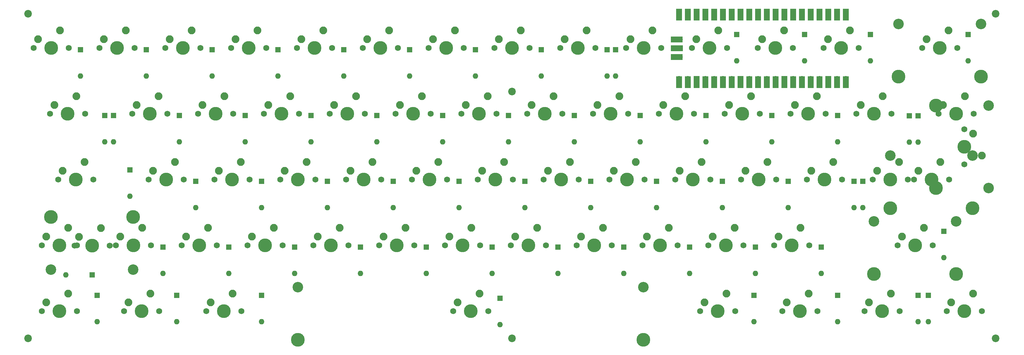
<source format=gbr>
G04 #@! TF.GenerationSoftware,KiCad,Pcbnew,(5.1.9)-1*
G04 #@! TF.CreationDate,2021-04-13T11:57:25+01:00*
G04 #@! TF.ProjectId,Env-KB60,456e762d-4b42-4363-902e-6b696361645f,rev?*
G04 #@! TF.SameCoordinates,Original*
G04 #@! TF.FileFunction,Soldermask,Bot*
G04 #@! TF.FilePolarity,Negative*
%FSLAX46Y46*%
G04 Gerber Fmt 4.6, Leading zero omitted, Abs format (unit mm)*
G04 Created by KiCad (PCBNEW (5.1.9)-1) date 2021-04-13 11:57:25*
%MOMM*%
%LPD*%
G01*
G04 APERTURE LIST*
%ADD10C,2.200000*%
%ADD11C,2.250000*%
%ADD12C,3.987800*%
%ADD13C,1.750000*%
%ADD14C,3.048000*%
%ADD15O,1.600000X1.600000*%
%ADD16R,1.600000X1.600000*%
%ADD17O,1.700000X1.700000*%
%ADD18R,3.500000X1.700000*%
%ADD19R,1.700000X1.700000*%
%ADD20R,1.700000X3.500000*%
G04 APERTURE END LIST*
D10*
X211000000Y-171000000D03*
X211000000Y-99500000D03*
X351000000Y-77000000D03*
X351000000Y-171000000D03*
X71000000Y-171000000D03*
X71000000Y-77000000D03*
D11*
X92040000Y-139020000D03*
D12*
X89500000Y-144100000D03*
D11*
X85690000Y-141560000D03*
D13*
X84420000Y-144100000D03*
X94580000Y-144100000D03*
D14*
X77593750Y-151085000D03*
X101406250Y-151085000D03*
D12*
X77593750Y-135845000D03*
X101406250Y-135845000D03*
D11*
X330196250Y-138970000D03*
D12*
X327656250Y-144050000D03*
D11*
X323846250Y-141510000D03*
D13*
X322576250Y-144050000D03*
X332736250Y-144050000D03*
D14*
X315750000Y-137065000D03*
X339562500Y-137065000D03*
D12*
X315750000Y-152305000D03*
X339562500Y-152305000D03*
D11*
X251615000Y-81820000D03*
D12*
X249075000Y-86900000D03*
D11*
X245265000Y-84360000D03*
D13*
X243995000Y-86900000D03*
X254155000Y-86900000D03*
D15*
X93175000Y-114075000D03*
D16*
X93175000Y-106455000D03*
D11*
X201608750Y-158020000D03*
D12*
X199068750Y-163100000D03*
D11*
X195258750Y-160560000D03*
D13*
X193988750Y-163100000D03*
X204148750Y-163100000D03*
D14*
X149068850Y-156115000D03*
X249068650Y-156115000D03*
D12*
X149068850Y-171355000D03*
X249068650Y-171355000D03*
D17*
X259600000Y-84460000D03*
D18*
X258700000Y-84460000D03*
D19*
X259600000Y-87000000D03*
D18*
X258700000Y-87000000D03*
D17*
X259600000Y-89540000D03*
D18*
X258700000Y-89540000D03*
D20*
X259370000Y-77210000D03*
X261910000Y-77210000D03*
X264450000Y-77210000D03*
X266990000Y-77210000D03*
X269530000Y-77210000D03*
X272070000Y-77210000D03*
X274610000Y-77210000D03*
X277150000Y-77210000D03*
X279690000Y-77210000D03*
X282230000Y-77210000D03*
X284770000Y-77210000D03*
X287310000Y-77210000D03*
X289850000Y-77210000D03*
X292390000Y-77210000D03*
X294930000Y-77210000D03*
X297470000Y-77210000D03*
X300010000Y-77210000D03*
X302550000Y-77210000D03*
X305090000Y-77210000D03*
X307630000Y-77210000D03*
X259370000Y-96790000D03*
X261910000Y-96790000D03*
X264450000Y-96790000D03*
X266990000Y-96790000D03*
X269530000Y-96790000D03*
X272070000Y-96790000D03*
X274610000Y-96790000D03*
X277150000Y-96790000D03*
X279690000Y-96790000D03*
X282230000Y-96790000D03*
X284770000Y-96790000D03*
X287310000Y-96790000D03*
X289850000Y-96790000D03*
X292390000Y-96790000D03*
X294930000Y-96790000D03*
X297470000Y-96790000D03*
X300010000Y-96790000D03*
X302550000Y-96790000D03*
X305090000Y-96790000D03*
X307630000Y-96790000D03*
D17*
X307630000Y-78110000D03*
X305090000Y-78110000D03*
D19*
X302550000Y-78110000D03*
D17*
X300010000Y-78110000D03*
X297470000Y-78110000D03*
X294930000Y-78110000D03*
X292390000Y-78110000D03*
D19*
X289850000Y-78110000D03*
D17*
X287310000Y-78110000D03*
X284770000Y-78110000D03*
X282230000Y-78110000D03*
X279690000Y-78110000D03*
D19*
X277150000Y-78110000D03*
D17*
X274610000Y-78110000D03*
X272070000Y-78110000D03*
X269530000Y-78110000D03*
X266990000Y-78110000D03*
D19*
X264450000Y-78110000D03*
D17*
X261910000Y-78110000D03*
X259370000Y-78110000D03*
X259370000Y-95890000D03*
X261910000Y-95890000D03*
D19*
X264450000Y-95890000D03*
D17*
X266990000Y-95890000D03*
X269530000Y-95890000D03*
X272070000Y-95890000D03*
X274610000Y-95890000D03*
D19*
X277150000Y-95890000D03*
D17*
X279690000Y-95890000D03*
X282230000Y-95890000D03*
X284770000Y-95890000D03*
X287310000Y-95890000D03*
D19*
X289850000Y-95890000D03*
D17*
X292390000Y-95890000D03*
X294930000Y-95890000D03*
X297470000Y-95890000D03*
X300010000Y-95890000D03*
D19*
X302550000Y-95890000D03*
D17*
X305090000Y-95890000D03*
X307630000Y-95890000D03*
D15*
X326000000Y-114120000D03*
D16*
X326000000Y-106500000D03*
D15*
X100437500Y-129800000D03*
D16*
X100437500Y-122180000D03*
D15*
X148062500Y-152170000D03*
D16*
X148062500Y-144550000D03*
D15*
X312490000Y-133120000D03*
D16*
X312490000Y-125500000D03*
D15*
X81900000Y-152600000D03*
D16*
X89520000Y-152600000D03*
D15*
X224262500Y-152170000D03*
D16*
X224262500Y-144550000D03*
D15*
X262362500Y-152170000D03*
D16*
X262362500Y-144550000D03*
D15*
X119487500Y-133120000D03*
D16*
X119487500Y-125500000D03*
D15*
X286175000Y-114070000D03*
D16*
X286175000Y-106450000D03*
D15*
X276000000Y-90620000D03*
D16*
X276000000Y-83000000D03*
D15*
X295700000Y-90620000D03*
D16*
X295700000Y-83000000D03*
D15*
X343000000Y-90620000D03*
D16*
X343000000Y-83000000D03*
D15*
X152825000Y-114070000D03*
D16*
X152825000Y-106450000D03*
D15*
X328500000Y-114120000D03*
D16*
X328500000Y-106500000D03*
D15*
X157587500Y-133120000D03*
D16*
X157587500Y-125500000D03*
D15*
X233787500Y-133120000D03*
D16*
X233787500Y-125500000D03*
D15*
X305225000Y-114070000D03*
D16*
X305225000Y-106450000D03*
D15*
X133775000Y-114070000D03*
D16*
X133775000Y-106450000D03*
D15*
X314750000Y-90620000D03*
D16*
X314750000Y-83000000D03*
D15*
X114725000Y-114070000D03*
D16*
X114725000Y-106450000D03*
D15*
X209975000Y-114070000D03*
D16*
X209975000Y-106450000D03*
D15*
X171875000Y-114070000D03*
D16*
X171875000Y-106450000D03*
D15*
X267125000Y-114070000D03*
D16*
X267125000Y-106450000D03*
D15*
X176637500Y-133120000D03*
D16*
X176637500Y-125500000D03*
D15*
X214737500Y-133120000D03*
D16*
X214737500Y-125500000D03*
D15*
X248075000Y-114070000D03*
D16*
X248075000Y-106450000D03*
D15*
X252837500Y-133120000D03*
D16*
X252837500Y-125500000D03*
D15*
X195687500Y-133120000D03*
D16*
X195687500Y-125500000D03*
D15*
X271887500Y-133120000D03*
D16*
X271887500Y-125500000D03*
D15*
X290937500Y-133120000D03*
D16*
X290937500Y-125500000D03*
D15*
X309987500Y-133120000D03*
D16*
X309987500Y-125500000D03*
D15*
X109962500Y-152170000D03*
D16*
X109962500Y-144550000D03*
D15*
X129012500Y-152170000D03*
D16*
X129012500Y-144550000D03*
D15*
X95675000Y-114070000D03*
D16*
X95675000Y-106450000D03*
D15*
X190925000Y-114070000D03*
D16*
X190925000Y-106450000D03*
D15*
X229025000Y-114070000D03*
D16*
X229025000Y-106450000D03*
D15*
X138537500Y-133120000D03*
D16*
X138537500Y-125500000D03*
D15*
X167112500Y-152170000D03*
D16*
X167112500Y-144550000D03*
D15*
X186162500Y-152170000D03*
D16*
X186162500Y-144550000D03*
D15*
X205212500Y-152170000D03*
D16*
X205212500Y-144550000D03*
D15*
X243312500Y-152170000D03*
D16*
X243312500Y-144550000D03*
D15*
X114000000Y-166120000D03*
D16*
X114000000Y-158500000D03*
D15*
X90912500Y-166120000D03*
D16*
X90912500Y-158500000D03*
D15*
X281000000Y-166120000D03*
D16*
X281000000Y-158500000D03*
D15*
X300462500Y-152170000D03*
D16*
X300462500Y-144550000D03*
D15*
X281412500Y-152170000D03*
D16*
X281412500Y-144550000D03*
D15*
X138500000Y-166120000D03*
D16*
X138500000Y-158500000D03*
D15*
X305225000Y-166120000D03*
D16*
X305225000Y-158500000D03*
D15*
X328500000Y-166120000D03*
D16*
X328500000Y-158500000D03*
D15*
X207500000Y-167000000D03*
D16*
X207500000Y-159380000D03*
D15*
X336000000Y-147620000D03*
D16*
X336000000Y-140000000D03*
D15*
X200450000Y-95020000D03*
D16*
X200450000Y-87400000D03*
D15*
X181400000Y-95020000D03*
D16*
X181400000Y-87400000D03*
D15*
X238550000Y-95020000D03*
D16*
X238550000Y-87400000D03*
D15*
X219500000Y-95020000D03*
D16*
X219500000Y-87400000D03*
D15*
X124250000Y-95020000D03*
D16*
X124250000Y-87400000D03*
D15*
X241000000Y-95020000D03*
D16*
X241000000Y-87400000D03*
D15*
X86150000Y-95020000D03*
D16*
X86150000Y-87400000D03*
D15*
X143300000Y-95020000D03*
D16*
X143300000Y-87400000D03*
D15*
X105200000Y-95020000D03*
D16*
X105200000Y-87400000D03*
D15*
X162350000Y-95020000D03*
D16*
X162350000Y-87400000D03*
D15*
X331500000Y-166120000D03*
D16*
X331500000Y-158500000D03*
D12*
X333688750Y-103562000D03*
X333688750Y-127438000D03*
D14*
X348928750Y-103562000D03*
X348928750Y-127438000D03*
D13*
X341943750Y-120580000D03*
X341943750Y-110420000D03*
D11*
X344483750Y-111690000D03*
D12*
X341943750Y-115500000D03*
D11*
X347023750Y-118040000D03*
X334940000Y-119920000D03*
D12*
X332400000Y-125000000D03*
D11*
X328590000Y-122460000D03*
D13*
X327320000Y-125000000D03*
X337480000Y-125000000D03*
D14*
X320493750Y-118015000D03*
X344306250Y-118015000D03*
D12*
X320493750Y-133255000D03*
X344306250Y-133255000D03*
D11*
X342090000Y-100870000D03*
D12*
X339550000Y-105950000D03*
D11*
X335740000Y-103410000D03*
D13*
X334470000Y-105950000D03*
X344630000Y-105950000D03*
D11*
X87308750Y-119920000D03*
D12*
X84768750Y-125000000D03*
D11*
X80958750Y-122460000D03*
D13*
X79688750Y-125000000D03*
X89848750Y-125000000D03*
D11*
X344483750Y-158020000D03*
D12*
X341943750Y-163100000D03*
D11*
X338133750Y-160560000D03*
D13*
X336863750Y-163100000D03*
X347023750Y-163100000D03*
D11*
X320671250Y-158020000D03*
D12*
X318131250Y-163100000D03*
D11*
X314321250Y-160560000D03*
D13*
X313051250Y-163100000D03*
X323211250Y-163100000D03*
D11*
X296858750Y-158020000D03*
D12*
X294318750Y-163100000D03*
D11*
X290508750Y-160560000D03*
D13*
X289238750Y-163100000D03*
X299398750Y-163100000D03*
D11*
X273046250Y-158020000D03*
D12*
X270506250Y-163100000D03*
D11*
X266696250Y-160560000D03*
D13*
X265426250Y-163100000D03*
X275586250Y-163100000D03*
D11*
X130171250Y-158020000D03*
D12*
X127631250Y-163100000D03*
D11*
X123821250Y-160560000D03*
D13*
X122551250Y-163100000D03*
X132711250Y-163100000D03*
D11*
X106358750Y-158020000D03*
D12*
X103818750Y-163100000D03*
D11*
X100008750Y-160560000D03*
D13*
X98738750Y-163100000D03*
X108898750Y-163100000D03*
D11*
X82546250Y-158020000D03*
D12*
X80006250Y-163100000D03*
D11*
X76196250Y-160560000D03*
D13*
X74926250Y-163100000D03*
X85086250Y-163100000D03*
D11*
X294477500Y-138970000D03*
D12*
X291937500Y-144050000D03*
D11*
X288127500Y-141510000D03*
D13*
X286857500Y-144050000D03*
X297017500Y-144050000D03*
D11*
X275427500Y-138970000D03*
D12*
X272887500Y-144050000D03*
D11*
X269077500Y-141510000D03*
D13*
X267807500Y-144050000D03*
X277967500Y-144050000D03*
D11*
X256377500Y-138970000D03*
D12*
X253837500Y-144050000D03*
D11*
X250027500Y-141510000D03*
D13*
X248757500Y-144050000D03*
X258917500Y-144050000D03*
D11*
X237327500Y-138970000D03*
D12*
X234787500Y-144050000D03*
D11*
X230977500Y-141510000D03*
D13*
X229707500Y-144050000D03*
X239867500Y-144050000D03*
D11*
X218277500Y-138970000D03*
D12*
X215737500Y-144050000D03*
D11*
X211927500Y-141510000D03*
D13*
X210657500Y-144050000D03*
X220817500Y-144050000D03*
D11*
X199227500Y-138970000D03*
D12*
X196687500Y-144050000D03*
D11*
X192877500Y-141510000D03*
D13*
X191607500Y-144050000D03*
X201767500Y-144050000D03*
D11*
X180177500Y-138970000D03*
D12*
X177637500Y-144050000D03*
D11*
X173827500Y-141510000D03*
D13*
X172557500Y-144050000D03*
X182717500Y-144050000D03*
D11*
X161127500Y-138970000D03*
D12*
X158587500Y-144050000D03*
D11*
X154777500Y-141510000D03*
D13*
X153507500Y-144050000D03*
X163667500Y-144050000D03*
D11*
X142077500Y-138970000D03*
D12*
X139537500Y-144050000D03*
D11*
X135727500Y-141510000D03*
D13*
X134457500Y-144050000D03*
X144617500Y-144050000D03*
D11*
X123027500Y-138970000D03*
D12*
X120487500Y-144050000D03*
D11*
X116677500Y-141510000D03*
D13*
X115407500Y-144050000D03*
X125567500Y-144050000D03*
D11*
X103977500Y-138970000D03*
D12*
X101437500Y-144050000D03*
D11*
X97627500Y-141510000D03*
D13*
X96357500Y-144050000D03*
X106517500Y-144050000D03*
D11*
X82546250Y-138970000D03*
D12*
X80006250Y-144050000D03*
D11*
X76196250Y-141510000D03*
D13*
X74926250Y-144050000D03*
X85086250Y-144050000D03*
D11*
X323052500Y-119920000D03*
D12*
X320512500Y-125000000D03*
D11*
X316702500Y-122460000D03*
D13*
X315432500Y-125000000D03*
X325592500Y-125000000D03*
D11*
X304002500Y-119920000D03*
D12*
X301462500Y-125000000D03*
D11*
X297652500Y-122460000D03*
D13*
X296382500Y-125000000D03*
X306542500Y-125000000D03*
D11*
X284952500Y-119920000D03*
D12*
X282412500Y-125000000D03*
D11*
X278602500Y-122460000D03*
D13*
X277332500Y-125000000D03*
X287492500Y-125000000D03*
D11*
X265902500Y-119920000D03*
D12*
X263362500Y-125000000D03*
D11*
X259552500Y-122460000D03*
D13*
X258282500Y-125000000D03*
X268442500Y-125000000D03*
D11*
X246852500Y-119920000D03*
D12*
X244312500Y-125000000D03*
D11*
X240502500Y-122460000D03*
D13*
X239232500Y-125000000D03*
X249392500Y-125000000D03*
D11*
X227802500Y-119920000D03*
D12*
X225262500Y-125000000D03*
D11*
X221452500Y-122460000D03*
D13*
X220182500Y-125000000D03*
X230342500Y-125000000D03*
D11*
X208752500Y-119920000D03*
D12*
X206212500Y-125000000D03*
D11*
X202402500Y-122460000D03*
D13*
X201132500Y-125000000D03*
X211292500Y-125000000D03*
D11*
X189702500Y-119920000D03*
D12*
X187162500Y-125000000D03*
D11*
X183352500Y-122460000D03*
D13*
X182082500Y-125000000D03*
X192242500Y-125000000D03*
D11*
X170652500Y-119920000D03*
D12*
X168112500Y-125000000D03*
D11*
X164302500Y-122460000D03*
D13*
X163032500Y-125000000D03*
X173192500Y-125000000D03*
D11*
X151602500Y-119920000D03*
D12*
X149062500Y-125000000D03*
D11*
X145252500Y-122460000D03*
D13*
X143982500Y-125000000D03*
X154142500Y-125000000D03*
D11*
X132552500Y-119920000D03*
D12*
X130012500Y-125000000D03*
D11*
X126202500Y-122460000D03*
D13*
X124932500Y-125000000D03*
X135092500Y-125000000D03*
D11*
X113502500Y-119920000D03*
D12*
X110962500Y-125000000D03*
D11*
X107152500Y-122460000D03*
D13*
X105882500Y-125000000D03*
X116042500Y-125000000D03*
D11*
X318290000Y-100870000D03*
D12*
X315750000Y-105950000D03*
D11*
X311940000Y-103410000D03*
D13*
X310670000Y-105950000D03*
X320830000Y-105950000D03*
D11*
X299240000Y-100870000D03*
D12*
X296700000Y-105950000D03*
D11*
X292890000Y-103410000D03*
D13*
X291620000Y-105950000D03*
X301780000Y-105950000D03*
D11*
X280190000Y-100870000D03*
D12*
X277650000Y-105950000D03*
D11*
X273840000Y-103410000D03*
D13*
X272570000Y-105950000D03*
X282730000Y-105950000D03*
D11*
X261140000Y-100870000D03*
D12*
X258600000Y-105950000D03*
D11*
X254790000Y-103410000D03*
D13*
X253520000Y-105950000D03*
X263680000Y-105950000D03*
D11*
X242090000Y-100870000D03*
D12*
X239550000Y-105950000D03*
D11*
X235740000Y-103410000D03*
D13*
X234470000Y-105950000D03*
X244630000Y-105950000D03*
D11*
X223040000Y-100870000D03*
D12*
X220500000Y-105950000D03*
D11*
X216690000Y-103410000D03*
D13*
X215420000Y-105950000D03*
X225580000Y-105950000D03*
D11*
X203990000Y-100870000D03*
D12*
X201450000Y-105950000D03*
D11*
X197640000Y-103410000D03*
D13*
X196370000Y-105950000D03*
X206530000Y-105950000D03*
D11*
X184940000Y-100870000D03*
D12*
X182400000Y-105950000D03*
D11*
X178590000Y-103410000D03*
D13*
X177320000Y-105950000D03*
X187480000Y-105950000D03*
D11*
X165890000Y-100870000D03*
D12*
X163350000Y-105950000D03*
D11*
X159540000Y-103410000D03*
D13*
X158270000Y-105950000D03*
X168430000Y-105950000D03*
D11*
X146840000Y-100870000D03*
D12*
X144300000Y-105950000D03*
D11*
X140490000Y-103410000D03*
D13*
X139220000Y-105950000D03*
X149380000Y-105950000D03*
D11*
X127790000Y-100870000D03*
D12*
X125250000Y-105950000D03*
D11*
X121440000Y-103410000D03*
D13*
X120170000Y-105950000D03*
X130330000Y-105950000D03*
D11*
X108740000Y-100870000D03*
D12*
X106200000Y-105950000D03*
D11*
X102390000Y-103410000D03*
D13*
X101120000Y-105950000D03*
X111280000Y-105950000D03*
D11*
X84927500Y-100870000D03*
D12*
X82387500Y-105950000D03*
D11*
X78577500Y-103410000D03*
D13*
X77307500Y-105950000D03*
X87467500Y-105950000D03*
D11*
X337340000Y-81820000D03*
D12*
X334800000Y-86900000D03*
D11*
X330990000Y-84360000D03*
D13*
X329720000Y-86900000D03*
X339880000Y-86900000D03*
D14*
X322893750Y-79915000D03*
X346706250Y-79915000D03*
D12*
X322893750Y-95155000D03*
X346706250Y-95155000D03*
D11*
X308765000Y-81820000D03*
D12*
X306225000Y-86900000D03*
D11*
X302415000Y-84360000D03*
D13*
X301145000Y-86900000D03*
X311305000Y-86900000D03*
D11*
X289715000Y-81820000D03*
D12*
X287175000Y-86900000D03*
D11*
X283365000Y-84360000D03*
D13*
X282095000Y-86900000D03*
X292255000Y-86900000D03*
D11*
X270665000Y-81820000D03*
D12*
X268125000Y-86900000D03*
D11*
X264315000Y-84360000D03*
D13*
X263045000Y-86900000D03*
X273205000Y-86900000D03*
D11*
X232565000Y-81820000D03*
D12*
X230025000Y-86900000D03*
D11*
X226215000Y-84360000D03*
D13*
X224945000Y-86900000D03*
X235105000Y-86900000D03*
D11*
X213515000Y-81820000D03*
D12*
X210975000Y-86900000D03*
D11*
X207165000Y-84360000D03*
D13*
X205895000Y-86900000D03*
X216055000Y-86900000D03*
D11*
X194465000Y-81820000D03*
D12*
X191925000Y-86900000D03*
D11*
X188115000Y-84360000D03*
D13*
X186845000Y-86900000D03*
X197005000Y-86900000D03*
D11*
X175415000Y-81820000D03*
D12*
X172875000Y-86900000D03*
D11*
X169065000Y-84360000D03*
D13*
X167795000Y-86900000D03*
X177955000Y-86900000D03*
D11*
X156365000Y-81820000D03*
D12*
X153825000Y-86900000D03*
D11*
X150015000Y-84360000D03*
D13*
X148745000Y-86900000D03*
X158905000Y-86900000D03*
D11*
X137315000Y-81820000D03*
D12*
X134775000Y-86900000D03*
D11*
X130965000Y-84360000D03*
D13*
X129695000Y-86900000D03*
X139855000Y-86900000D03*
D11*
X118265000Y-81820000D03*
D12*
X115725000Y-86900000D03*
D11*
X111915000Y-84360000D03*
D13*
X110645000Y-86900000D03*
X120805000Y-86900000D03*
D11*
X99215000Y-81820000D03*
D12*
X96675000Y-86900000D03*
D11*
X92865000Y-84360000D03*
D13*
X91595000Y-86900000D03*
X101755000Y-86900000D03*
D11*
X80165000Y-81820000D03*
D12*
X77625000Y-86900000D03*
D11*
X73815000Y-84360000D03*
D13*
X72545000Y-86900000D03*
X82705000Y-86900000D03*
M02*

</source>
